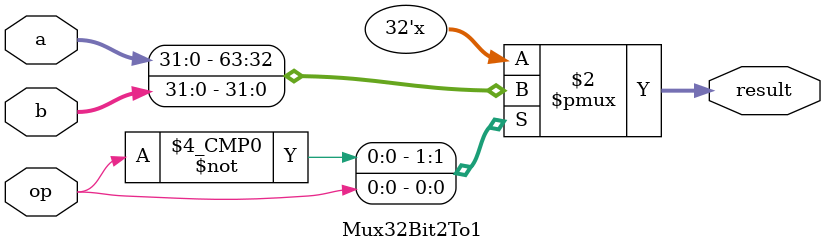
<source format=v>
`timescale 1ns / 1ps
module Mux32Bit2To1(a, b, op, result);

input [31:0] a, b; // 32-bit inputs
input op; // one-bit selection input
output [31:0] result; // 32-bit output
reg [31:0] result;
always @(a or b or op)
begin
	case(op)
		1'b 0: begin
			result = a;
		end
	
		1'b 1: begin
			result = b;
		end	
	endcase 
end

endmodule

</source>
